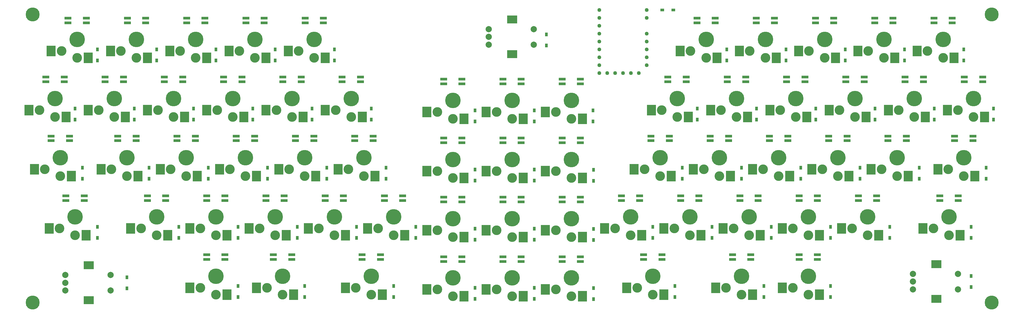
<source format=gbr>
G04 #@! TF.GenerationSoftware,KiCad,Pcbnew,7.0.9*
G04 #@! TF.CreationDate,2024-04-06T13:59:54+09:00*
G04 #@! TF.ProjectId,avain,61766169-6e2e-46b6-9963-61645f706362,rev?*
G04 #@! TF.SameCoordinates,Original*
G04 #@! TF.FileFunction,Soldermask,Bot*
G04 #@! TF.FilePolarity,Negative*
%FSLAX46Y46*%
G04 Gerber Fmt 4.6, Leading zero omitted, Abs format (unit mm)*
G04 Created by KiCad (PCBNEW 7.0.9) date 2024-04-06 13:59:54*
%MOMM*%
%LPD*%
G01*
G04 APERTURE LIST*
%ADD10C,3.100000*%
%ADD11C,5.000000*%
%ADD12R,3.000000X3.500000*%
%ADD13R,0.950000X1.300000*%
%ADD14R,2.200000X0.820000*%
%ADD15C,4.500000*%
%ADD16C,2.000000*%
%ADD17R,3.200000X2.500000*%
%ADD18R,1.300000X0.950000*%
%ADD19C,1.250000*%
G04 APERTURE END LIST*
D10*
X26601900Y-32012500D03*
D11*
X31601900Y-28312500D03*
D10*
X31601900Y-34212500D03*
D12*
X23251899Y-32012500D03*
X35151900Y-34212500D03*
D13*
X235743800Y-92262500D03*
X235743800Y-88712500D03*
X73818800Y-69662500D03*
X73818800Y-73212500D03*
X259556300Y-35112500D03*
X259556300Y-31562500D03*
X178593800Y-73818700D03*
X178593800Y-70268700D03*
D14*
X244700000Y-80206200D03*
X250600000Y-80206200D03*
X250600000Y-78706200D03*
X244700000Y-78706200D03*
D13*
X111918800Y-69662500D03*
X111918800Y-73212500D03*
D15*
X17287500Y-20250000D03*
D13*
X33337500Y-69662500D03*
X33337500Y-73212500D03*
X273843800Y-92262500D03*
X273843800Y-88712500D03*
D16*
X27843800Y-104193700D03*
X27843800Y-109193700D03*
X27843800Y-106693700D03*
D17*
X35343800Y-101093700D03*
X35343800Y-112293700D03*
D16*
X42343800Y-109193700D03*
X42343800Y-104193700D03*
D14*
X54200000Y-80206200D03*
X60100000Y-80206200D03*
X60100000Y-78706200D03*
X54200000Y-78706200D03*
X21537500Y-41956200D03*
X27437500Y-41956200D03*
X27437500Y-40456200D03*
X21537500Y-40456200D03*
X174400000Y-41112400D03*
X168500000Y-41112400D03*
X168500000Y-42612400D03*
X174400000Y-42612400D03*
X79150000Y-97706200D03*
X73250000Y-97706200D03*
X73250000Y-99206200D03*
X79150000Y-99206200D03*
X59640000Y-41956200D03*
X65540000Y-41956200D03*
X65540000Y-40456200D03*
X59640000Y-40456200D03*
X149450000Y-99862400D03*
X155350000Y-99862400D03*
X155350000Y-98362400D03*
X149450000Y-98362400D03*
D18*
X223275000Y-18876800D03*
X219725000Y-18876800D03*
D10*
X128350000Y-89162500D03*
D11*
X133350000Y-85462500D03*
D10*
X133350000Y-91362500D03*
D12*
X124999999Y-89162500D03*
X136900000Y-91362500D03*
D14*
X116790000Y-41956200D03*
X122690000Y-41956200D03*
X122690000Y-40456200D03*
X116790000Y-40456200D03*
D10*
X306943800Y-89162500D03*
D11*
X311943800Y-85462500D03*
D10*
X311943800Y-91362500D03*
D12*
X303593799Y-89162500D03*
X315493800Y-91362500D03*
D10*
X305043800Y-32012500D03*
D11*
X310043800Y-28312500D03*
D10*
X310043800Y-34212500D03*
D12*
X301693799Y-32012500D03*
X313593800Y-34212500D03*
D10*
X261700000Y-89162500D03*
D11*
X266700000Y-85462500D03*
D10*
X266700000Y-91362500D03*
D12*
X258349999Y-89162500D03*
X270250000Y-91362500D03*
D14*
X312993800Y-21456200D03*
X307093800Y-21456200D03*
X307093800Y-22956200D03*
X312993800Y-22956200D03*
D10*
X314824400Y-51062500D03*
D11*
X319824400Y-47362500D03*
D10*
X319824400Y-53262500D03*
D12*
X311474399Y-51062500D03*
X323374400Y-53262500D03*
D19*
X199525266Y-18845959D03*
X199525266Y-21365959D03*
X199525266Y-23905959D03*
X199525266Y-26435959D03*
X199525266Y-28985959D03*
X199525266Y-31525959D03*
X199525266Y-34065959D03*
X199525266Y-36605959D03*
X199525266Y-39145959D03*
X202065266Y-39145959D03*
X204615266Y-39145959D03*
X207145600Y-39145959D03*
X209695600Y-39145959D03*
X212225266Y-39145959D03*
X214765266Y-36605959D03*
X214765266Y-34065959D03*
X214765266Y-31525959D03*
X214765266Y-28985959D03*
X214765266Y-26435959D03*
X214765266Y-21365959D03*
X214765266Y-18845959D03*
D14*
X91743800Y-21456200D03*
X85843800Y-21456200D03*
X85843800Y-22956200D03*
X91743800Y-22956200D03*
D10*
X166450000Y-70718700D03*
D11*
X171450000Y-67018700D03*
D10*
X171450000Y-72918700D03*
D12*
X163099999Y-70718700D03*
X175000000Y-72918700D03*
D16*
X300343800Y-103812500D03*
X300343800Y-108812500D03*
X300343800Y-106312500D03*
D17*
X307843800Y-100712500D03*
X307843800Y-111912500D03*
D16*
X314843800Y-108812500D03*
X314843800Y-103812500D03*
D10*
X228843800Y-32012500D03*
D11*
X233843800Y-28312500D03*
D10*
X233843800Y-34212500D03*
D12*
X225493799Y-32012500D03*
X237393800Y-34212500D03*
D10*
X280750000Y-89162500D03*
D11*
X285750000Y-85462500D03*
D10*
X285750000Y-91362500D03*
D12*
X277399999Y-89162500D03*
X289300000Y-91362500D03*
D10*
X95690000Y-51062500D03*
D11*
X100690000Y-47362500D03*
D10*
X100690000Y-53262500D03*
D12*
X92339999Y-51062500D03*
X104240000Y-53262500D03*
D13*
X292893800Y-92262500D03*
X292893800Y-88712500D03*
D14*
X107743800Y-59456200D03*
X101843800Y-59456200D03*
X101843800Y-60956200D03*
X107743800Y-60956200D03*
D10*
X185500000Y-70718700D03*
D11*
X190500000Y-67018700D03*
D10*
X190500000Y-72918700D03*
D12*
X182149999Y-70718700D03*
X194050000Y-72918700D03*
D14*
X248218800Y-97706200D03*
X242318800Y-97706200D03*
X242318800Y-99206200D03*
X248218800Y-99206200D03*
X255843800Y-21456200D03*
X249943800Y-21456200D03*
X249943800Y-22956200D03*
X255843800Y-22956200D03*
D13*
X92868800Y-69662500D03*
X92868800Y-73212500D03*
D14*
X50593800Y-59456200D03*
X44693800Y-59456200D03*
X44693800Y-60956200D03*
X50593800Y-60956200D03*
D13*
X50006300Y-50612500D03*
X50006300Y-54162500D03*
D10*
X102843800Y-32012500D03*
D11*
X107843800Y-28312500D03*
D10*
X107843800Y-34212500D03*
D12*
X99493799Y-32012500D03*
X111393800Y-34212500D03*
D10*
X76640000Y-51062500D03*
D11*
X81640000Y-47362500D03*
D10*
X81640000Y-53262500D03*
D12*
X73289999Y-51062500D03*
X85190000Y-53262500D03*
D10*
X311706300Y-70112500D03*
D11*
X316706300Y-66412500D03*
D10*
X316706300Y-72312500D03*
D12*
X308356299Y-70112500D03*
X320256300Y-72312500D03*
D14*
X308993800Y-80206200D03*
X314893800Y-80206200D03*
X314893800Y-78706200D03*
X308993800Y-78706200D03*
D10*
X271225000Y-70112500D03*
D11*
X276225000Y-66412500D03*
D10*
X276225000Y-72312500D03*
D12*
X267874999Y-70112500D03*
X279775000Y-72312500D03*
D15*
X325637500Y-113050000D03*
D14*
X187550000Y-61612400D03*
X193450000Y-61612400D03*
X193450000Y-60112400D03*
X187550000Y-60112400D03*
X69643800Y-59456200D03*
X63743800Y-59456200D03*
X63743800Y-60956200D03*
X69643800Y-60956200D03*
D10*
X38540000Y-51062500D03*
D11*
X43540000Y-47362500D03*
D10*
X43540000Y-53262500D03*
D12*
X35189999Y-51062500D03*
X47090000Y-53262500D03*
D10*
X295780600Y-51062500D03*
D11*
X300780600Y-47362500D03*
D10*
X300780600Y-53262500D03*
D12*
X292430599Y-51062500D03*
X304330600Y-53262500D03*
D13*
X130968800Y-69662500D03*
X130968800Y-73212500D03*
D10*
X80743800Y-70112500D03*
D11*
X85743800Y-66412500D03*
D10*
X85743800Y-72312500D03*
D12*
X77393799Y-70112500D03*
X89293800Y-72312500D03*
D13*
X159543800Y-108368700D03*
X159543800Y-111918700D03*
X230981300Y-54162500D03*
X230981300Y-50612500D03*
D14*
X193450000Y-41112400D03*
X187550000Y-41112400D03*
X187550000Y-42612400D03*
X193450000Y-42612400D03*
X297830600Y-41956200D03*
X303730600Y-41956200D03*
X303730600Y-40456200D03*
X297830600Y-40456200D03*
D13*
X197643800Y-92950000D03*
X197643800Y-89400000D03*
X133350000Y-107762500D03*
X133350000Y-111312500D03*
X216693800Y-92262500D03*
X216693800Y-88712500D03*
D14*
X279175000Y-59456200D03*
X273275000Y-59456200D03*
X273275000Y-60956200D03*
X279175000Y-60956200D03*
X293943800Y-21456200D03*
X288043800Y-21456200D03*
X288043800Y-22956200D03*
X293943800Y-22956200D03*
D10*
X118843800Y-70112500D03*
D11*
X123843800Y-66412500D03*
D10*
X123843800Y-72312500D03*
D12*
X115493799Y-70112500D03*
X127393800Y-72312500D03*
D13*
X307181300Y-54162500D03*
X307181300Y-50612500D03*
D14*
X282800000Y-80206200D03*
X288700000Y-80206200D03*
X288700000Y-78706200D03*
X282800000Y-78706200D03*
X73250000Y-80206200D03*
X79150000Y-80206200D03*
X79150000Y-78706200D03*
X73250000Y-78706200D03*
X319656300Y-59456200D03*
X313756300Y-59456200D03*
X313756300Y-60956200D03*
X319656300Y-60956200D03*
D13*
X182500000Y-26725000D03*
X182500000Y-30275000D03*
D15*
X17287500Y-113050000D03*
D14*
X130400000Y-80206200D03*
X136300000Y-80206200D03*
X136300000Y-78706200D03*
X130400000Y-78706200D03*
D13*
X264318800Y-73212500D03*
X264318800Y-69662500D03*
D10*
X90250000Y-89162500D03*
D11*
X95250000Y-85462500D03*
D10*
X95250000Y-91362500D03*
D12*
X86899999Y-89162500D03*
X98800000Y-91362500D03*
D13*
X140493800Y-88712500D03*
X140493800Y-92262500D03*
X326231300Y-54162500D03*
X326231300Y-50612500D03*
X269081300Y-54162500D03*
X269081300Y-50612500D03*
D10*
X114740000Y-51062500D03*
D11*
X119740000Y-47362500D03*
D10*
X119740000Y-53262500D03*
D12*
X111389999Y-51062500D03*
X123290000Y-53262500D03*
D13*
X159543800Y-70268700D03*
X159543800Y-73818700D03*
D14*
X274893800Y-21456200D03*
X268993800Y-21456200D03*
X268993800Y-22956200D03*
X274893800Y-22956200D03*
D15*
X325637500Y-20250000D03*
D13*
X38100000Y-88712500D03*
X38100000Y-92262500D03*
D14*
X111350000Y-80206200D03*
X117250000Y-80206200D03*
X117250000Y-78706200D03*
X111350000Y-78706200D03*
D10*
X147400000Y-51668700D03*
D11*
X152400000Y-47968700D03*
D10*
X152400000Y-53868700D03*
D12*
X144049999Y-51668700D03*
X155950000Y-53868700D03*
D14*
X129156300Y-97706200D03*
X123256300Y-97706200D03*
X123256300Y-99206200D03*
X129156300Y-99206200D03*
X155350000Y-79112400D03*
X149450000Y-79112400D03*
X149450000Y-80612400D03*
X155350000Y-80612400D03*
D13*
X197643800Y-73900000D03*
X197643800Y-70350000D03*
D14*
X278780600Y-41956200D03*
X284680600Y-41956200D03*
X284680600Y-40456200D03*
X278780600Y-40456200D03*
D10*
X261700000Y-108300000D03*
D11*
X266700000Y-104600000D03*
D10*
X266700000Y-110500000D03*
D12*
X258349999Y-108300000D03*
X270250000Y-110500000D03*
D14*
X149450000Y-61612400D03*
X155350000Y-61612400D03*
X155350000Y-60112400D03*
X149450000Y-60112400D03*
D10*
X166450000Y-51668700D03*
D11*
X171450000Y-47968700D03*
D10*
X171450000Y-53868700D03*
D12*
X163099999Y-51668700D03*
X175000000Y-53868700D03*
D10*
X42643800Y-70112500D03*
D11*
X47643800Y-66412500D03*
D10*
X47643800Y-72312500D03*
D12*
X39293799Y-70112500D03*
X51193800Y-72312500D03*
D14*
X260125000Y-59456200D03*
X254225000Y-59456200D03*
X254225000Y-60956200D03*
X260125000Y-60956200D03*
D10*
X109300000Y-89162500D03*
D11*
X114300000Y-85462500D03*
D10*
X114300000Y-91362500D03*
D12*
X105949999Y-89162500D03*
X117850000Y-91362500D03*
D10*
X238630600Y-51062500D03*
D11*
X243630600Y-47362500D03*
D10*
X243630600Y-53262500D03*
D12*
X235280599Y-51062500D03*
X247180600Y-53262500D03*
D13*
X302418800Y-73212500D03*
X302418800Y-69662500D03*
X240506300Y-35112500D03*
X240506300Y-31562500D03*
X178593800Y-89318700D03*
X178593800Y-92868700D03*
X121443800Y-88712500D03*
X121443800Y-92262500D03*
D14*
X28006300Y-80206200D03*
X33906300Y-80206200D03*
X33906300Y-78706200D03*
X28006300Y-78706200D03*
D10*
X214075000Y-70112500D03*
D11*
X219075000Y-66412500D03*
D10*
X219075000Y-72312500D03*
D12*
X210724999Y-70112500D03*
X222625000Y-72312500D03*
D14*
X206600000Y-80206200D03*
X212500000Y-80206200D03*
X212500000Y-78706200D03*
X206600000Y-78706200D03*
D10*
X61693800Y-70112500D03*
D11*
X66693800Y-66412500D03*
D10*
X66693800Y-72312500D03*
D12*
X58343799Y-70112500D03*
X70243800Y-72312500D03*
D13*
X250031300Y-54162500D03*
X250031300Y-50612500D03*
X316706300Y-35112500D03*
X316706300Y-31562500D03*
X83343800Y-107762500D03*
X83343800Y-111312500D03*
D10*
X242650000Y-89162500D03*
D11*
X247650000Y-85462500D03*
D10*
X247650000Y-91362500D03*
D12*
X239299999Y-89162500D03*
X251200000Y-91362500D03*
D10*
X185500000Y-89768700D03*
D11*
X190500000Y-86068700D03*
D10*
X190500000Y-91968700D03*
D12*
X182149999Y-89768700D03*
X194050000Y-91968700D03*
D14*
X193450000Y-79112400D03*
X187550000Y-79112400D03*
X187550000Y-80612400D03*
X193450000Y-80612400D03*
D13*
X69056300Y-50612500D03*
X69056300Y-54162500D03*
D14*
X88693800Y-59456200D03*
X82793800Y-59456200D03*
X82793800Y-60956200D03*
X88693800Y-60956200D03*
D13*
X245268800Y-73212500D03*
X245268800Y-69662500D03*
X38100000Y-31562500D03*
X38100000Y-35112500D03*
X102393800Y-88712500D03*
X102393800Y-92262500D03*
D10*
X211693800Y-108300000D03*
D11*
X216693800Y-104600000D03*
D10*
X216693800Y-110500000D03*
D12*
X208343799Y-108300000D03*
X220243800Y-110500000D03*
D10*
X99793800Y-70112500D03*
D11*
X104793800Y-66412500D03*
D10*
X104793800Y-72312500D03*
D12*
X96443799Y-70112500D03*
X108343800Y-72312500D03*
D13*
X159543800Y-89318700D03*
X159543800Y-92868700D03*
X54768800Y-69662500D03*
X54768800Y-73212500D03*
D10*
X71200000Y-89162500D03*
D11*
X76200000Y-85462500D03*
D10*
X76200000Y-91362500D03*
D12*
X67849999Y-89162500D03*
X79750000Y-91362500D03*
D14*
X187550000Y-99862400D03*
X193450000Y-99862400D03*
X193450000Y-98362400D03*
X187550000Y-98362400D03*
X240680600Y-41956200D03*
X246580600Y-41956200D03*
X246580600Y-40456200D03*
X240680600Y-40456200D03*
X40590000Y-41956200D03*
X46490000Y-41956200D03*
X46490000Y-40456200D03*
X40590000Y-40456200D03*
D10*
X240268800Y-108300000D03*
D11*
X245268800Y-104600000D03*
D10*
X245268800Y-110500000D03*
D12*
X236918799Y-108300000D03*
X248818800Y-110500000D03*
D14*
X259730600Y-41956200D03*
X265630600Y-41956200D03*
X265630600Y-40456200D03*
X259730600Y-40456200D03*
X29162500Y-59456200D03*
X23262500Y-59456200D03*
X23262500Y-60956200D03*
X29162500Y-60956200D03*
D10*
X57590000Y-51062500D03*
D11*
X62590000Y-47362500D03*
D10*
X62590000Y-53262500D03*
D12*
X54239999Y-51062500D03*
X66140000Y-53262500D03*
D13*
X47625000Y-104918700D03*
X47625000Y-108468700D03*
D10*
X92631300Y-108300000D03*
D11*
X97631300Y-104600000D03*
D10*
X97631300Y-110500000D03*
D12*
X89281299Y-108300000D03*
X101181300Y-110500000D03*
D13*
X197643800Y-112000000D03*
X197643800Y-108450000D03*
D10*
X252175000Y-70112500D03*
D11*
X257175000Y-66412500D03*
D10*
X257175000Y-72312500D03*
D12*
X248824999Y-70112500D03*
X260725000Y-72312500D03*
D10*
X204550000Y-89162500D03*
D11*
X209550000Y-85462500D03*
D10*
X209550000Y-91362500D03*
D12*
X201199999Y-89162500D03*
X213100000Y-91362500D03*
D16*
X163950000Y-25000000D03*
X163950000Y-30000000D03*
X163950000Y-27500000D03*
D17*
X171450000Y-21900000D03*
X171450000Y-33100000D03*
D16*
X178450000Y-30000000D03*
X178450000Y-25000000D03*
D14*
X155350000Y-41112400D03*
X149450000Y-41112400D03*
X149450000Y-42612400D03*
X155350000Y-42612400D03*
D10*
X64743800Y-32012500D03*
D11*
X69743800Y-28312500D03*
D10*
X69743800Y-34212500D03*
D12*
X61393799Y-32012500D03*
X73293800Y-34212500D03*
D14*
X316874400Y-41956200D03*
X322774400Y-41956200D03*
X322774400Y-40456200D03*
X316874400Y-40456200D03*
D13*
X273843800Y-111312500D03*
X273843800Y-107762500D03*
X223837500Y-111312500D03*
X223837500Y-107762500D03*
D14*
X168500000Y-61612400D03*
X174400000Y-61612400D03*
X174400000Y-60112400D03*
X168500000Y-60112400D03*
X263750000Y-80206200D03*
X269650000Y-80206200D03*
X269650000Y-78706200D03*
X263750000Y-78706200D03*
D13*
X126206300Y-50612500D03*
X126206300Y-54162500D03*
D14*
X53643800Y-21456200D03*
X47743800Y-21456200D03*
X47743800Y-22956200D03*
X53643800Y-22956200D03*
D10*
X147400000Y-89768700D03*
D11*
X152400000Y-86068700D03*
D10*
X152400000Y-91968700D03*
D12*
X144049999Y-89768700D03*
X155950000Y-91968700D03*
D13*
X83343800Y-88712500D03*
X83343800Y-92262500D03*
X297656300Y-35112500D03*
X297656300Y-31562500D03*
D14*
X298225000Y-59456200D03*
X292325000Y-59456200D03*
X292325000Y-60956200D03*
X298225000Y-60956200D03*
D10*
X83793800Y-32012500D03*
D11*
X88793800Y-28312500D03*
D10*
X88793800Y-34212500D03*
D12*
X80443799Y-32012500D03*
X92343800Y-34212500D03*
D10*
X257680600Y-51062500D03*
D11*
X262680600Y-47362500D03*
D10*
X262680600Y-53262500D03*
D12*
X254330599Y-51062500D03*
X266230600Y-53262500D03*
D13*
X283368800Y-73212500D03*
X283368800Y-69662500D03*
D10*
X166450000Y-108818700D03*
D11*
X171450000Y-105118700D03*
D10*
X171450000Y-111018700D03*
D12*
X163099999Y-108818700D03*
X175000000Y-111018700D03*
D10*
X19487500Y-51062500D03*
D11*
X24487500Y-47362500D03*
D10*
X24487500Y-53262500D03*
D12*
X16137499Y-51062500D03*
X28037500Y-53262500D03*
D14*
X34551900Y-21456200D03*
X28651900Y-21456200D03*
X28651900Y-22956200D03*
X34551900Y-22956200D03*
D13*
X95250000Y-31562500D03*
X95250000Y-35112500D03*
X226218800Y-73212500D03*
X226218800Y-69662500D03*
X197500000Y-54775000D03*
X197500000Y-51225000D03*
D10*
X45693800Y-32012500D03*
D11*
X50693800Y-28312500D03*
D10*
X50693800Y-34212500D03*
D12*
X42343799Y-32012500D03*
X54243800Y-34212500D03*
D10*
X185500000Y-108818700D03*
D11*
X190500000Y-105118700D03*
D10*
X190500000Y-111018700D03*
D12*
X182149999Y-108818700D03*
X194050000Y-111018700D03*
D13*
X178593800Y-108368700D03*
X178593800Y-111918700D03*
D14*
X219643800Y-97706200D03*
X213743800Y-97706200D03*
X213743800Y-99206200D03*
X219643800Y-99206200D03*
X110793800Y-21456200D03*
X104893800Y-21456200D03*
X104893800Y-22956200D03*
X110793800Y-22956200D03*
D13*
X114300000Y-31562500D03*
X114300000Y-35112500D03*
D10*
X21212500Y-70112500D03*
D11*
X26212500Y-66412500D03*
D10*
X26212500Y-72312500D03*
D12*
X17862499Y-70112500D03*
X29762500Y-72312500D03*
D13*
X323850000Y-73212500D03*
X323850000Y-69662500D03*
D14*
X269650000Y-97706200D03*
X263750000Y-97706200D03*
X263750000Y-99206200D03*
X269650000Y-99206200D03*
D13*
X319087500Y-92262500D03*
X319087500Y-88712500D03*
X252412500Y-111312500D03*
X252412500Y-107762500D03*
X254793800Y-92262500D03*
X254793800Y-88712500D03*
D14*
X92300000Y-80206200D03*
X98200000Y-80206200D03*
X98200000Y-78706200D03*
X92300000Y-78706200D03*
D10*
X223600000Y-89162500D03*
D11*
X228600000Y-85462500D03*
D10*
X228600000Y-91362500D03*
D12*
X220249999Y-89162500D03*
X232150000Y-91362500D03*
D13*
X30956300Y-50612500D03*
X30956300Y-54162500D03*
D14*
X241075000Y-59456200D03*
X235175000Y-59456200D03*
X235175000Y-60956200D03*
X241075000Y-60956200D03*
X78690000Y-41956200D03*
X84590000Y-41956200D03*
X84590000Y-40456200D03*
X78690000Y-40456200D03*
D10*
X52150000Y-89162500D03*
D11*
X57150000Y-85462500D03*
D10*
X57150000Y-91362500D03*
D12*
X48799999Y-89162500D03*
X60700000Y-91362500D03*
D10*
X166450000Y-89768700D03*
D11*
X171450000Y-86068700D03*
D10*
X171450000Y-91968700D03*
D12*
X163099999Y-89768700D03*
X175000000Y-91968700D03*
D14*
X225650000Y-80206200D03*
X231550000Y-80206200D03*
X231550000Y-78706200D03*
X225650000Y-78706200D03*
D10*
X290275000Y-70112500D03*
D11*
X295275000Y-66412500D03*
D10*
X295275000Y-72312500D03*
D12*
X286924999Y-70112500D03*
X298825000Y-72312500D03*
D14*
X221550000Y-41956200D03*
X227450000Y-41956200D03*
X227450000Y-40456200D03*
X221550000Y-40456200D03*
X100581300Y-97706200D03*
X94681300Y-97706200D03*
X94681300Y-99206200D03*
X100581300Y-99206200D03*
D10*
X121206300Y-108300000D03*
D11*
X126206300Y-104600000D03*
D10*
X126206300Y-110500000D03*
D12*
X117856299Y-108300000D03*
X129756300Y-110500000D03*
D14*
X97740000Y-41956200D03*
X103640000Y-41956200D03*
X103640000Y-40456200D03*
X97740000Y-40456200D03*
X168500000Y-99862400D03*
X174400000Y-99862400D03*
X174400000Y-98362400D03*
X168500000Y-98362400D03*
D10*
X219580600Y-51062500D03*
D11*
X224580600Y-47362500D03*
D10*
X224580600Y-53262500D03*
D12*
X216230599Y-51062500D03*
X228130600Y-53262500D03*
D13*
X159543800Y-51218700D03*
X159543800Y-54768700D03*
D10*
X247893800Y-32012500D03*
D11*
X252893800Y-28312500D03*
D10*
X252893800Y-34212500D03*
D12*
X244543799Y-32012500D03*
X256443800Y-34212500D03*
D14*
X174400000Y-79112400D03*
X168500000Y-79112400D03*
X168500000Y-80612400D03*
X174400000Y-80612400D03*
D10*
X276730600Y-51062500D03*
D11*
X281730600Y-47362500D03*
D10*
X281730600Y-53262500D03*
D12*
X273380599Y-51062500D03*
X285280600Y-53262500D03*
D13*
X178593800Y-54768700D03*
X178593800Y-51218700D03*
X107156300Y-50612500D03*
X107156300Y-54162500D03*
X57150000Y-31562500D03*
X57150000Y-35112500D03*
D10*
X147400000Y-70718700D03*
D11*
X152400000Y-67018700D03*
D10*
X152400000Y-72918700D03*
D12*
X144049999Y-70718700D03*
X155950000Y-72918700D03*
D13*
X104775000Y-107762500D03*
X104775000Y-111312500D03*
D10*
X266943800Y-32012500D03*
D11*
X271943800Y-28312500D03*
D10*
X271943800Y-34212500D03*
D12*
X263593799Y-32012500D03*
X275493800Y-34212500D03*
D10*
X285993800Y-32012500D03*
D11*
X290993800Y-28312500D03*
D10*
X290993800Y-34212500D03*
D12*
X282643799Y-32012500D03*
X294543800Y-34212500D03*
D14*
X126793800Y-59456200D03*
X120893800Y-59456200D03*
X120893800Y-60956200D03*
X126793800Y-60956200D03*
D13*
X319087500Y-108087500D03*
X319087500Y-104537500D03*
X64293800Y-88712500D03*
X64293800Y-92262500D03*
D14*
X222025000Y-59456200D03*
X216125000Y-59456200D03*
X216125000Y-60956200D03*
X222025000Y-60956200D03*
D10*
X233125000Y-70112500D03*
D11*
X238125000Y-66412500D03*
D10*
X238125000Y-72312500D03*
D12*
X229774999Y-70112500D03*
X241675000Y-72312500D03*
D10*
X185500000Y-51668700D03*
D11*
X190500000Y-47968700D03*
D10*
X190500000Y-53868700D03*
D12*
X182149999Y-51668700D03*
X194050000Y-53868700D03*
D13*
X278606300Y-35112500D03*
X278606300Y-31562500D03*
D10*
X71200000Y-108300000D03*
D11*
X76200000Y-104600000D03*
D10*
X76200000Y-110500000D03*
D12*
X67849999Y-108300000D03*
X79750000Y-110500000D03*
D13*
X76200000Y-31562500D03*
X76200000Y-35112500D03*
D14*
X236793800Y-21456200D03*
X230893800Y-21456200D03*
X230893800Y-22956200D03*
X236793800Y-22956200D03*
X72693800Y-21456200D03*
X66793800Y-21456200D03*
X66793800Y-22956200D03*
X72693800Y-22956200D03*
D13*
X288131300Y-54162500D03*
X288131300Y-50612500D03*
D10*
X147400000Y-108818700D03*
D11*
X152400000Y-105118700D03*
D10*
X152400000Y-111018700D03*
D12*
X144049999Y-108818700D03*
X155950000Y-111018700D03*
D13*
X88106300Y-50612500D03*
X88106300Y-54162500D03*
D10*
X25956300Y-89162500D03*
D11*
X30956300Y-85462500D03*
D10*
X30956300Y-91362500D03*
D12*
X22606299Y-89162500D03*
X34506300Y-91362500D03*
M02*

</source>
